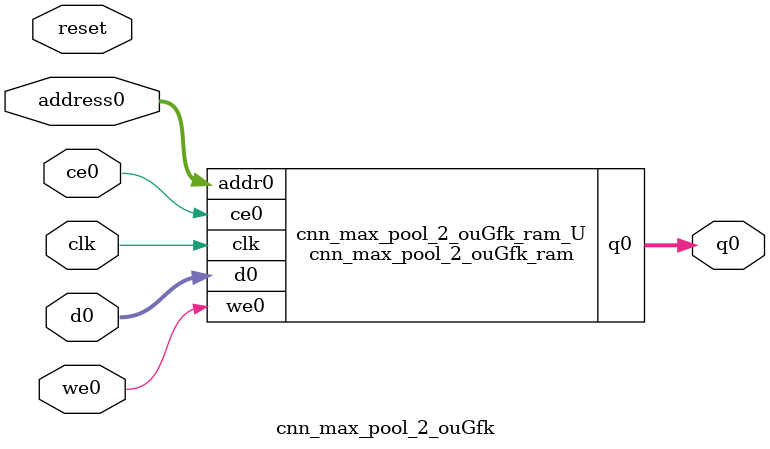
<source format=v>
`timescale 1 ns / 1 ps
module cnn_max_pool_2_ouGfk_ram (addr0, ce0, d0, we0, q0,  clk);

parameter DWIDTH = 14;
parameter AWIDTH = 9;
parameter MEM_SIZE = 400;

input[AWIDTH-1:0] addr0;
input ce0;
input[DWIDTH-1:0] d0;
input we0;
output reg[DWIDTH-1:0] q0;
input clk;

(* ram_style = "block" *)reg [DWIDTH-1:0] ram[0:MEM_SIZE-1];




always @(posedge clk)  
begin 
    if (ce0) 
    begin
        if (we0) 
        begin 
            ram[addr0] <= d0; 
        end 
        q0 <= ram[addr0];
    end
end


endmodule

`timescale 1 ns / 1 ps
module cnn_max_pool_2_ouGfk(
    reset,
    clk,
    address0,
    ce0,
    we0,
    d0,
    q0);

parameter DataWidth = 32'd14;
parameter AddressRange = 32'd400;
parameter AddressWidth = 32'd9;
input reset;
input clk;
input[AddressWidth - 1:0] address0;
input ce0;
input we0;
input[DataWidth - 1:0] d0;
output[DataWidth - 1:0] q0;



cnn_max_pool_2_ouGfk_ram cnn_max_pool_2_ouGfk_ram_U(
    .clk( clk ),
    .addr0( address0 ),
    .ce0( ce0 ),
    .we0( we0 ),
    .d0( d0 ),
    .q0( q0 ));

endmodule


</source>
